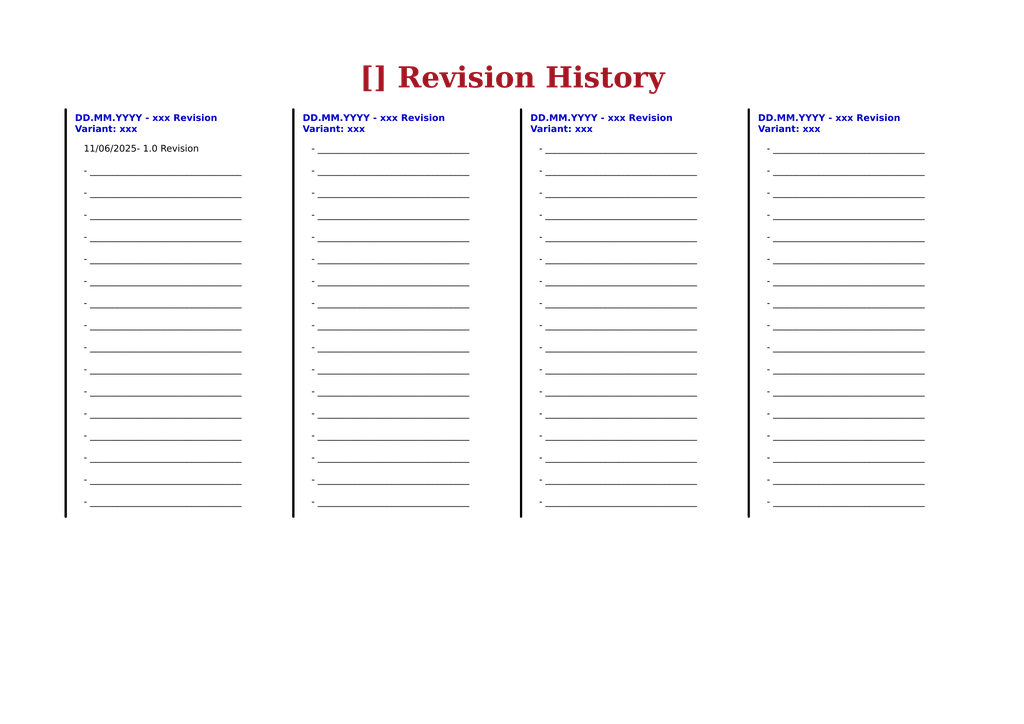
<source format=kicad_sch>
(kicad_sch
	(version 20250114)
	(generator "eeschema")
	(generator_version "9.0")
	(uuid "ea8c4f5e-7a49-4faf-a994-dbc85ed86b0a")
	(paper "A4")
	(title_block
		(title "Revision History")
		(date "Last Modified Date")
		(rev "${REVISION}")
		(company "${COMPANY}")
	)
	(lib_symbols)
	(text_box "- _________________________________\n\n- _________________________________\n\n- _________________________________\n\n- _________________________________\n\n- _________________________________\n\n- _________________________________\n\n- _________________________________\n\n- _________________________________\n\n- _________________________________\n\n- _________________________________\n\n- _________________________________\n\n- _________________________________\n\n- _________________________________\n\n- _________________________________\n\n- _________________________________\n\n- _________________________________\n\n- _________________________________"
		(exclude_from_sim no)
		(at 220.98 40.64 0)
		(size 58.42 115.57)
		(margins 1.4287 1.4287 1.4287 1.4287)
		(stroke
			(width -0.0001)
			(type default)
		)
		(fill
			(type none)
		)
		(effects
			(font
				(face "Arial")
				(size 1.905 1.905)
				(color 0 0 0 1)
			)
			(justify left top)
		)
		(uuid "0c062e2b-2be1-4307-b752-045c211787f4")
	)
	(text_box "DD.MM.YYYY - xxx Revision\nVariant: xxx"
		(exclude_from_sim no)
		(at 86.36 31.75 0)
		(size 57.15 7.62)
		(margins 1.4287 1.4287 1.4287 1.4287)
		(stroke
			(width -0.0001)
			(type default)
		)
		(fill
			(type none)
		)
		(effects
			(font
				(face "Arial")
				(size 1.905 1.905)
				(thickness 0.254)
				(bold yes)
			)
			(justify left top)
		)
		(uuid "14f2d7b6-dcd6-4c43-91a3-c7a76690654c")
	)
	(text_box "[${#}] ${TITLE}"
		(exclude_from_sim no)
		(at 80.01 16.51 0)
		(size 137.16 12.7)
		(margins 4.4999 4.4999 4.4999 4.4999)
		(stroke
			(width -0.0001)
			(type default)
		)
		(fill
			(type none)
		)
		(effects
			(font
				(face "Times New Roman")
				(size 6 6)
				(thickness 1.2)
				(bold yes)
				(color 162 22 34 1)
			)
		)
		(uuid "20a0a094-ac98-46df-bdac-21d5721f7697")
	)
	(text_box "DD.MM.YYYY - xxx Revision\nVariant: xxx"
		(exclude_from_sim no)
		(at 152.4 31.75 0)
		(size 57.15 7.62)
		(margins 1.4287 1.4287 1.4287 1.4287)
		(stroke
			(width -0.0001)
			(type default)
		)
		(fill
			(type none)
		)
		(effects
			(font
				(face "Arial")
				(size 1.905 1.905)
				(thickness 0.254)
				(bold yes)
			)
			(justify left top)
		)
		(uuid "61447e65-3862-4ca7-a61e-5d8506cb38bb")
	)
	(text_box "11/06/2025- 1.0 Revision\n\n- _________________________________\n\n- _________________________________\n\n- _________________________________\n\n- _________________________________\n\n- _________________________________\n\n- _________________________________\n\n- _________________________________\n\n- _________________________________\n\n- _________________________________\n\n- _________________________________\n\n- _________________________________\n\n- _________________________________\n\n- _________________________________\n\n- _________________________________\n\n- _________________________________\n\n- _________________________________"
		(exclude_from_sim no)
		(at 22.86 40.64 0)
		(size 58.42 115.57)
		(margins 1.4287 1.4287 1.4287 1.4287)
		(stroke
			(width -0.0001)
			(type solid)
		)
		(fill
			(type none)
		)
		(effects
			(font
				(face "Arial")
				(size 1.905 1.905)
				(color 0 0 0 1)
			)
			(justify left top)
		)
		(uuid "7cea8527-91c8-47c3-a860-064e128bcffe")
	)
	(text_box "- _________________________________\n\n- _________________________________\n\n- _________________________________\n\n- _________________________________\n\n- _________________________________\n\n- _________________________________\n\n- _________________________________\n\n- _________________________________\n\n- _________________________________\n\n- _________________________________\n\n- _________________________________\n\n- _________________________________\n\n- _________________________________\n\n- _________________________________\n\n- _________________________________\n\n- _________________________________\n\n- _________________________________"
		(exclude_from_sim no)
		(at 154.94 40.64 0)
		(size 58.42 115.57)
		(margins 1.4287 1.4287 1.4287 1.4287)
		(stroke
			(width -0.0001)
			(type default)
		)
		(fill
			(type none)
		)
		(effects
			(font
				(face "Arial")
				(size 1.905 1.905)
				(color 0 0 0 1)
			)
			(justify left top)
		)
		(uuid "8ad0acb7-8a2e-40a2-87c7-888a93359ccd")
	)
	(text_box "DD.MM.YYYY - xxx Revision\nVariant: xxx"
		(exclude_from_sim no)
		(at 20.32 31.75 0)
		(size 57.15 7.62)
		(margins 1.4287 1.4287 1.4287 1.4287)
		(stroke
			(width -0.0001)
			(type default)
		)
		(fill
			(type none)
		)
		(effects
			(font
				(face "Arial")
				(size 1.905 1.905)
				(thickness 0.254)
				(bold yes)
			)
			(justify left top)
		)
		(uuid "922c5813-4880-4ddf-ba01-939f72022a9d")
	)
	(text_box "- _________________________________\n\n- _________________________________\n\n- _________________________________\n\n- _________________________________\n\n- _________________________________\n\n- _________________________________\n\n- _________________________________\n\n- _________________________________\n\n- _________________________________\n\n- _________________________________\n\n- _________________________________\n\n- _________________________________\n\n- _________________________________\n\n- _________________________________\n\n- _________________________________\n\n- _________________________________\n\n- _________________________________"
		(exclude_from_sim no)
		(at 88.9 40.64 0)
		(size 58.42 115.57)
		(margins 1.4287 1.4287 1.4287 1.4287)
		(stroke
			(width -0.0001)
			(type default)
		)
		(fill
			(type none)
		)
		(effects
			(font
				(face "Arial")
				(size 1.905 1.905)
				(color 0 0 0 1)
			)
			(justify left top)
		)
		(uuid "cd63b456-8f62-4290-9191-6ad427c40f65")
	)
	(text_box "DD.MM.YYYY - xxx Revision\nVariant: xxx"
		(exclude_from_sim no)
		(at 218.44 31.75 0)
		(size 57.15 7.62)
		(margins 1.4287 1.4287 1.4287 1.4287)
		(stroke
			(width -0.0001)
			(type default)
		)
		(fill
			(type none)
		)
		(effects
			(font
				(face "Arial")
				(size 1.905 1.905)
				(thickness 0.254)
				(bold yes)
			)
			(justify left top)
		)
		(uuid "f47af890-f55a-44bf-b54f-b7df3adde008")
	)
	(polyline
		(pts
			(xy 19.05 31.75) (xy 19.05 149.86)
		)
		(stroke
			(width 0.635)
			(type default)
			(color 0 0 0 1)
		)
		(uuid "4849fe72-6429-4f5b-a9e6-56656658a37b")
	)
	(polyline
		(pts
			(xy 85.09 31.75) (xy 85.09 149.86)
		)
		(stroke
			(width 0.635)
			(type default)
			(color 0 0 0 1)
		)
		(uuid "5f29c90a-4bd5-401c-a0f6-a99df09914f4")
	)
	(polyline
		(pts
			(xy 85.09 31.75) (xy 85.09 149.86)
		)
		(stroke
			(width 0.635)
			(type default)
			(color 0 0 0 1)
		)
		(uuid "74018a10-ab58-4dc2-b4e6-376117e1ffc0")
	)
	(polyline
		(pts
			(xy 151.13 31.75) (xy 151.13 149.86)
		)
		(stroke
			(width 0.635)
			(type default)
			(color 0 0 0 1)
		)
		(uuid "a6b610d4-f09b-4d6e-ac67-0bb3d0e09fbe")
	)
	(polyline
		(pts
			(xy 19.05 31.75) (xy 19.05 149.86)
		)
		(stroke
			(width 0.635)
			(type default)
			(color 0 0 0 1)
		)
		(uuid "b271ef24-6836-4d14-b8f8-8568bc734aca")
	)
	(polyline
		(pts
			(xy 217.17 31.75) (xy 217.17 149.86)
		)
		(stroke
			(width 0.635)
			(type default)
			(color 0 0 0 1)
		)
		(uuid "fe21cbb6-f53c-41a1-bc1c-520e82f71f78")
	)
)

</source>
